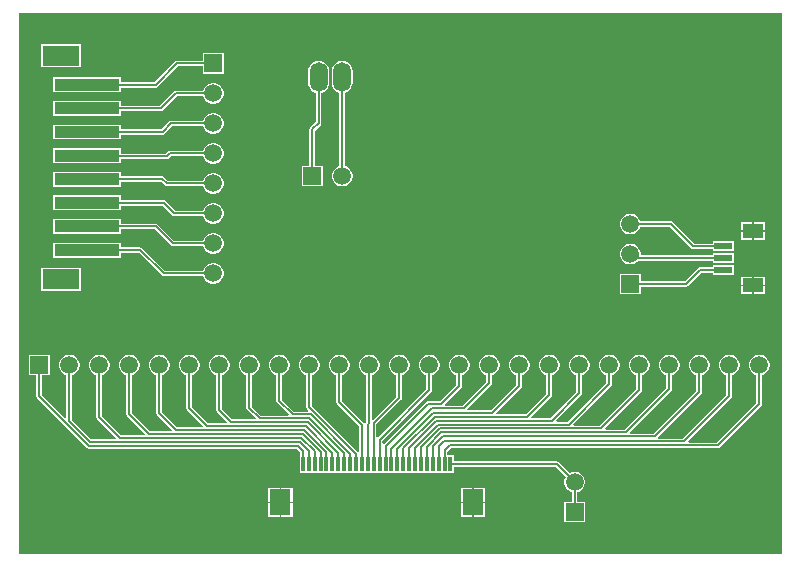
<source format=gtl>
G04*
G04 #@! TF.GenerationSoftware,Altium Limited,Altium Designer,23.3.1 (30)*
G04*
G04 Layer_Physical_Order=1*
G04 Layer_Color=255*
%FSLAX25Y25*%
%MOIN*%
G70*
G04*
G04 #@! TF.SameCoordinates,C9CCD98B-DB78-4EC8-A63A-9DC0D68B0965*
G04*
G04*
G04 #@! TF.FilePolarity,Positive*
G04*
G01*
G75*
%ADD14R,0.01181X0.05118*%
%ADD15R,0.07087X0.08661*%
%ADD16R,0.06102X0.02362*%
%ADD17R,0.07087X0.04724*%
%ADD18R,0.21654X0.03937*%
%ADD19R,0.12205X0.06693*%
%ADD30C,0.00800*%
%ADD31R,0.05906X0.05906*%
%ADD32C,0.05906*%
%ADD33R,0.05906X0.05906*%
%ADD34O,0.05906X0.09843*%
G36*
X539197Y150803D02*
X284803D01*
Y331197D01*
X539197D01*
Y150803D01*
D02*
G37*
%LPC*%
G36*
X305441Y320862D02*
X292236D01*
Y313169D01*
X305441D01*
Y320862D01*
D02*
G37*
G36*
X352953Y317953D02*
X346047D01*
Y315418D01*
X337500D01*
X337149Y315348D01*
X336851Y315149D01*
X329990Y308288D01*
X318827D01*
Y309839D01*
X296173D01*
Y304902D01*
X318827D01*
Y306452D01*
X330370D01*
X330721Y306522D01*
X331019Y306721D01*
X337880Y313582D01*
X346047D01*
Y311047D01*
X352953D01*
Y317953D01*
D02*
G37*
G36*
X349955Y307953D02*
X349045D01*
X348167Y307717D01*
X347380Y307263D01*
X346737Y306620D01*
X346283Y305833D01*
X346171Y305418D01*
X337000D01*
X336649Y305348D01*
X336351Y305149D01*
X331616Y300414D01*
X318827D01*
Y301965D01*
X296173D01*
Y297028D01*
X318827D01*
Y298578D01*
X331996D01*
X332347Y298648D01*
X332645Y298847D01*
X337380Y303582D01*
X346171D01*
X346283Y303167D01*
X346737Y302380D01*
X347380Y301737D01*
X348167Y301283D01*
X349045Y301047D01*
X349955D01*
X350833Y301283D01*
X351620Y301737D01*
X352263Y302380D01*
X352717Y303167D01*
X352953Y304045D01*
Y304955D01*
X352717Y305833D01*
X352263Y306620D01*
X351620Y307263D01*
X350833Y307717D01*
X349955Y307953D01*
D02*
G37*
G36*
Y297953D02*
X349045D01*
X348167Y297717D01*
X347380Y297263D01*
X346737Y296620D01*
X346283Y295833D01*
X346171Y295418D01*
X335500D01*
X335149Y295348D01*
X334851Y295149D01*
X332242Y292540D01*
X318827D01*
Y294091D01*
X296173D01*
Y289154D01*
X318827D01*
Y290704D01*
X332622D01*
X332973Y290774D01*
X333271Y290973D01*
X335880Y293582D01*
X346171D01*
X346283Y293167D01*
X346737Y292380D01*
X347380Y291737D01*
X348167Y291283D01*
X349045Y291047D01*
X349955D01*
X350833Y291283D01*
X351620Y291737D01*
X352263Y292380D01*
X352717Y293167D01*
X352953Y294045D01*
Y294955D01*
X352717Y295833D01*
X352263Y296620D01*
X351620Y297263D01*
X350833Y297717D01*
X349955Y297953D01*
D02*
G37*
G36*
Y287953D02*
X349045D01*
X348167Y287718D01*
X347380Y287263D01*
X346737Y286620D01*
X346283Y285833D01*
X346171Y285418D01*
X335000D01*
X334649Y285348D01*
X334351Y285149D01*
X333620Y284418D01*
X318827D01*
Y286216D01*
X296173D01*
Y281279D01*
X318827D01*
Y282582D01*
X334000D01*
X334351Y282652D01*
X334649Y282851D01*
X335380Y283582D01*
X346171D01*
X346283Y283167D01*
X346737Y282380D01*
X347380Y281737D01*
X348167Y281282D01*
X349045Y281047D01*
X349955D01*
X350833Y281282D01*
X351620Y281737D01*
X352263Y282380D01*
X352717Y283167D01*
X352953Y284045D01*
Y284955D01*
X352717Y285833D01*
X352263Y286620D01*
X351620Y287263D01*
X350833Y287718D01*
X349955Y287953D01*
D02*
G37*
G36*
X392500Y315451D02*
X391599Y315332D01*
X390759Y314984D01*
X390037Y314431D01*
X389484Y313710D01*
X389136Y312870D01*
X389018Y311968D01*
Y308032D01*
X389136Y307130D01*
X389484Y306290D01*
X390037Y305569D01*
X390759Y305015D01*
X391582Y304674D01*
Y280329D01*
X391167Y280218D01*
X390380Y279763D01*
X389737Y279120D01*
X389282Y278333D01*
X389047Y277455D01*
Y276545D01*
X389282Y275667D01*
X389737Y274880D01*
X390380Y274237D01*
X391167Y273782D01*
X392045Y273547D01*
X392955D01*
X393833Y273782D01*
X394620Y274237D01*
X395263Y274880D01*
X395718Y275667D01*
X395953Y276545D01*
Y277455D01*
X395718Y278333D01*
X395263Y279120D01*
X394620Y279763D01*
X393833Y280218D01*
X393418Y280329D01*
Y304674D01*
X394241Y305015D01*
X394963Y305569D01*
X395516Y306290D01*
X395864Y307130D01*
X395983Y308032D01*
Y311968D01*
X395864Y312870D01*
X395516Y313710D01*
X394963Y314431D01*
X394241Y314984D01*
X393401Y315332D01*
X392500Y315451D01*
D02*
G37*
G36*
X384626D02*
X383725Y315332D01*
X382885Y314984D01*
X382164Y314431D01*
X381610Y313710D01*
X381262Y312870D01*
X381143Y311968D01*
Y308032D01*
X381262Y307130D01*
X381610Y306290D01*
X382164Y305569D01*
X382885Y305015D01*
X383708Y304674D01*
Y295006D01*
X381851Y293149D01*
X381652Y292851D01*
X381582Y292500D01*
Y280453D01*
X379047D01*
Y273547D01*
X385953D01*
Y280453D01*
X383418D01*
Y292120D01*
X385275Y293977D01*
X385474Y294275D01*
X385544Y294626D01*
Y304674D01*
X386367Y305015D01*
X387088Y305569D01*
X387642Y306290D01*
X387990Y307130D01*
X388108Y308032D01*
Y311968D01*
X387990Y312870D01*
X387642Y313710D01*
X387088Y314431D01*
X386367Y314984D01*
X385527Y315332D01*
X384626Y315451D01*
D02*
G37*
G36*
X318827Y278343D02*
X296173D01*
Y273406D01*
X318827D01*
Y275082D01*
X332120D01*
X333351Y273851D01*
X333649Y273652D01*
X334000Y273582D01*
X346171D01*
X346283Y273167D01*
X346737Y272380D01*
X347380Y271737D01*
X348167Y271283D01*
X349045Y271047D01*
X349955D01*
X350833Y271283D01*
X351620Y271737D01*
X352263Y272380D01*
X352717Y273167D01*
X352953Y274045D01*
Y274955D01*
X352717Y275833D01*
X352263Y276620D01*
X351620Y277263D01*
X350833Y277717D01*
X349955Y277953D01*
X349045D01*
X348167Y277717D01*
X347380Y277263D01*
X346737Y276620D01*
X346283Y275833D01*
X346171Y275418D01*
X334380D01*
X333149Y276649D01*
X332851Y276848D01*
X332500Y276918D01*
X318827D01*
Y278343D01*
D02*
G37*
G36*
Y270468D02*
X296173D01*
Y265531D01*
X318827D01*
Y267082D01*
X332620D01*
X335851Y263851D01*
X336149Y263652D01*
X336500Y263582D01*
X346171D01*
X346283Y263167D01*
X346737Y262380D01*
X347380Y261737D01*
X348167Y261282D01*
X349045Y261047D01*
X349955D01*
X350833Y261282D01*
X351620Y261737D01*
X352263Y262380D01*
X352717Y263167D01*
X352953Y264045D01*
Y264955D01*
X352717Y265833D01*
X352263Y266620D01*
X351620Y267263D01*
X350833Y267718D01*
X349955Y267953D01*
X349045D01*
X348167Y267718D01*
X347380Y267263D01*
X346737Y266620D01*
X346283Y265833D01*
X346171Y265418D01*
X336880D01*
X333649Y268649D01*
X333351Y268848D01*
X333000Y268918D01*
X318827D01*
Y270468D01*
D02*
G37*
G36*
X533484Y261480D02*
X529691D01*
Y258868D01*
X533484D01*
Y261480D01*
D02*
G37*
G36*
X529191D02*
X525398D01*
Y258868D01*
X529191D01*
Y261480D01*
D02*
G37*
G36*
X533484Y258368D02*
X529691D01*
Y255756D01*
X533484D01*
Y258368D01*
D02*
G37*
G36*
X529191D02*
X525398D01*
Y255756D01*
X529191D01*
Y258368D01*
D02*
G37*
G36*
X488955Y264453D02*
X488045D01*
X487167Y264217D01*
X486380Y263763D01*
X485737Y263120D01*
X485283Y262333D01*
X485047Y261455D01*
Y260545D01*
X485283Y259667D01*
X485737Y258880D01*
X486380Y258237D01*
X487167Y257783D01*
X488045Y257547D01*
X488955D01*
X489833Y257783D01*
X490620Y258237D01*
X491263Y258880D01*
X491717Y259667D01*
X491829Y260082D01*
X501620D01*
X508851Y252851D01*
X509149Y252652D01*
X509500Y252582D01*
X515949D01*
Y251819D01*
X523051D01*
Y255181D01*
X515949D01*
Y254418D01*
X509880D01*
X502649Y261649D01*
X502351Y261848D01*
X502000Y261918D01*
X491829D01*
X491717Y262333D01*
X491263Y263120D01*
X490620Y263763D01*
X489833Y264217D01*
X488955Y264453D01*
D02*
G37*
G36*
X318827Y262595D02*
X296173D01*
Y257658D01*
X318827D01*
Y259208D01*
X329994D01*
X335351Y253851D01*
X335649Y253652D01*
X336000Y253582D01*
X346171D01*
X346283Y253167D01*
X346737Y252380D01*
X347380Y251737D01*
X348167Y251283D01*
X349045Y251047D01*
X349955D01*
X350833Y251283D01*
X351620Y251737D01*
X352263Y252380D01*
X352717Y253167D01*
X352953Y254045D01*
Y254955D01*
X352717Y255833D01*
X352263Y256620D01*
X351620Y257263D01*
X350833Y257717D01*
X349955Y257953D01*
X349045D01*
X348167Y257717D01*
X347380Y257263D01*
X346737Y256620D01*
X346283Y255833D01*
X346171Y255418D01*
X336380D01*
X331023Y260775D01*
X330725Y260974D01*
X330374Y261044D01*
X318827D01*
Y262595D01*
D02*
G37*
G36*
X488955Y254453D02*
X488045D01*
X487167Y254218D01*
X486380Y253763D01*
X485737Y253120D01*
X485283Y252333D01*
X485047Y251455D01*
Y250545D01*
X485283Y249667D01*
X485737Y248880D01*
X486380Y248237D01*
X487167Y247782D01*
X488045Y247547D01*
X488955D01*
X489833Y247782D01*
X490620Y248237D01*
X491076Y248693D01*
X491319Y248645D01*
X515949D01*
Y247882D01*
X523051D01*
Y251244D01*
X515949D01*
Y250481D01*
X492002D01*
X491953Y250545D01*
Y251455D01*
X491717Y252333D01*
X491263Y253120D01*
X490620Y253763D01*
X489833Y254218D01*
X488955Y254453D01*
D02*
G37*
G36*
X523051Y247307D02*
X515949D01*
Y246544D01*
X511626D01*
X511275Y246474D01*
X510977Y246275D01*
X506620Y241918D01*
X491953D01*
Y244453D01*
X485047D01*
Y237547D01*
X491953D01*
Y240082D01*
X507000D01*
X507351Y240152D01*
X507649Y240351D01*
X512006Y244708D01*
X515949D01*
Y243945D01*
X523051D01*
Y247307D01*
D02*
G37*
G36*
X318827Y254720D02*
X296173D01*
Y249783D01*
X318827D01*
Y251334D01*
X324868D01*
X332351Y243851D01*
X332649Y243652D01*
X333000Y243582D01*
X346171D01*
X346283Y243167D01*
X346737Y242380D01*
X347380Y241737D01*
X348167Y241283D01*
X349045Y241047D01*
X349955D01*
X350833Y241283D01*
X351620Y241737D01*
X352263Y242380D01*
X352717Y243167D01*
X352953Y244045D01*
Y244955D01*
X352717Y245833D01*
X352263Y246620D01*
X351620Y247263D01*
X350833Y247717D01*
X349955Y247953D01*
X349045D01*
X348167Y247717D01*
X347380Y247263D01*
X346737Y246620D01*
X346283Y245833D01*
X346171Y245418D01*
X333380D01*
X325897Y252901D01*
X325599Y253100D01*
X325248Y253170D01*
X318827D01*
Y254720D01*
D02*
G37*
G36*
X533484Y243370D02*
X529691D01*
Y240758D01*
X533484D01*
Y243370D01*
D02*
G37*
G36*
X529191D02*
X525398D01*
Y240758D01*
X529191D01*
Y243370D01*
D02*
G37*
G36*
X305441Y246453D02*
X292236D01*
Y238760D01*
X305441D01*
Y246453D01*
D02*
G37*
G36*
X533484Y240258D02*
X529691D01*
Y237646D01*
X533484D01*
Y240258D01*
D02*
G37*
G36*
X529191D02*
X525398D01*
Y237646D01*
X529191D01*
Y240258D01*
D02*
G37*
G36*
X531955Y217453D02*
X531045D01*
X530167Y217217D01*
X529380Y216763D01*
X528737Y216120D01*
X528282Y215333D01*
X528047Y214455D01*
Y213545D01*
X528282Y212667D01*
X528737Y211880D01*
X529380Y211237D01*
X530167Y210783D01*
X530582Y210671D01*
Y201380D01*
X517320Y188118D01*
X508069D01*
X507877Y188580D01*
X522149Y202851D01*
X522348Y203149D01*
X522418Y203500D01*
Y210671D01*
X522833Y210783D01*
X523620Y211237D01*
X524263Y211880D01*
X524718Y212667D01*
X524953Y213545D01*
Y214455D01*
X524718Y215333D01*
X524263Y216120D01*
X523620Y216763D01*
X522833Y217217D01*
X521955Y217453D01*
X521045D01*
X520167Y217217D01*
X519380Y216763D01*
X518737Y216120D01*
X518283Y215333D01*
X518047Y214455D01*
Y213545D01*
X518283Y212667D01*
X518737Y211880D01*
X519380Y211237D01*
X520167Y210783D01*
X520582Y210671D01*
Y203880D01*
X506120Y189418D01*
X497923D01*
X497715Y189918D01*
X512149Y204351D01*
X512348Y204649D01*
X512418Y205000D01*
Y210671D01*
X512833Y210783D01*
X513620Y211237D01*
X514263Y211880D01*
X514717Y212667D01*
X514953Y213545D01*
Y214455D01*
X514717Y215333D01*
X514263Y216120D01*
X513620Y216763D01*
X512833Y217217D01*
X511955Y217453D01*
X511045D01*
X510167Y217217D01*
X509380Y216763D01*
X508737Y216120D01*
X508283Y215333D01*
X508047Y214455D01*
Y213545D01*
X508283Y212667D01*
X508737Y211880D01*
X509380Y211237D01*
X510167Y210783D01*
X510582Y210671D01*
Y205380D01*
X496320Y191118D01*
X488569D01*
X488377Y191580D01*
X502149Y205351D01*
X502348Y205649D01*
X502418Y206000D01*
Y210671D01*
X502833Y210783D01*
X503620Y211237D01*
X504263Y211880D01*
X504717Y212667D01*
X504953Y213545D01*
Y214455D01*
X504717Y215333D01*
X504263Y216120D01*
X503620Y216763D01*
X502833Y217217D01*
X501955Y217453D01*
X501045D01*
X500167Y217217D01*
X499380Y216763D01*
X498737Y216120D01*
X498282Y215333D01*
X498047Y214455D01*
Y213545D01*
X498282Y212667D01*
X498737Y211880D01*
X499380Y211237D01*
X500167Y210783D01*
X500582Y210671D01*
Y206380D01*
X486620Y192418D01*
X480369D01*
X480177Y192880D01*
X492149Y204851D01*
X492348Y205149D01*
X492418Y205500D01*
Y210671D01*
X492833Y210783D01*
X493620Y211237D01*
X494263Y211880D01*
X494718Y212667D01*
X494953Y213545D01*
Y214455D01*
X494718Y215333D01*
X494263Y216120D01*
X493620Y216763D01*
X492833Y217217D01*
X491955Y217453D01*
X491045D01*
X490167Y217217D01*
X489380Y216763D01*
X488737Y216120D01*
X488282Y215333D01*
X488047Y214455D01*
Y213545D01*
X488282Y212667D01*
X488737Y211880D01*
X489380Y211237D01*
X490167Y210783D01*
X490582Y210671D01*
Y205880D01*
X478420Y193718D01*
X469669D01*
X469477Y194180D01*
X482149Y206851D01*
X482348Y207149D01*
X482418Y207500D01*
Y210671D01*
X482833Y210783D01*
X483620Y211237D01*
X484263Y211880D01*
X484718Y212667D01*
X484953Y213545D01*
Y214455D01*
X484718Y215333D01*
X484263Y216120D01*
X483620Y216763D01*
X482833Y217217D01*
X481955Y217453D01*
X481045D01*
X480167Y217217D01*
X479380Y216763D01*
X478737Y216120D01*
X478282Y215333D01*
X478047Y214455D01*
Y213545D01*
X478282Y212667D01*
X478737Y211880D01*
X479380Y211237D01*
X480167Y210783D01*
X480582Y210671D01*
Y207880D01*
X467720Y195018D01*
X463969D01*
X463777Y195480D01*
X472149Y203851D01*
X472348Y204149D01*
X472418Y204500D01*
Y210671D01*
X472833Y210783D01*
X473620Y211237D01*
X474263Y211880D01*
X474718Y212667D01*
X474953Y213545D01*
Y214455D01*
X474718Y215333D01*
X474263Y216120D01*
X473620Y216763D01*
X472833Y217217D01*
X471955Y217453D01*
X471045D01*
X470167Y217217D01*
X469380Y216763D01*
X468737Y216120D01*
X468283Y215333D01*
X468047Y214455D01*
Y213545D01*
X468283Y212667D01*
X468737Y211880D01*
X469380Y211237D01*
X470167Y210783D01*
X470582Y210671D01*
Y204880D01*
X462020Y196318D01*
X455769D01*
X455577Y196780D01*
X462149Y203351D01*
X462348Y203649D01*
X462418Y204000D01*
Y210671D01*
X462833Y210783D01*
X463620Y211237D01*
X464263Y211880D01*
X464717Y212667D01*
X464953Y213545D01*
Y214455D01*
X464717Y215333D01*
X464263Y216120D01*
X463620Y216763D01*
X462833Y217217D01*
X461955Y217453D01*
X461045D01*
X460167Y217217D01*
X459380Y216763D01*
X458737Y216120D01*
X458283Y215333D01*
X458047Y214455D01*
Y213545D01*
X458283Y212667D01*
X458737Y211880D01*
X459380Y211237D01*
X460167Y210783D01*
X460582Y210671D01*
Y204380D01*
X453820Y197618D01*
X444069D01*
X443877Y198080D01*
X452149Y206351D01*
X452348Y206649D01*
X452418Y207000D01*
Y210671D01*
X452833Y210783D01*
X453620Y211237D01*
X454263Y211880D01*
X454717Y212667D01*
X454953Y213545D01*
Y214455D01*
X454717Y215333D01*
X454263Y216120D01*
X453620Y216763D01*
X452833Y217217D01*
X451955Y217453D01*
X451045D01*
X450167Y217217D01*
X449380Y216763D01*
X448737Y216120D01*
X448282Y215333D01*
X448047Y214455D01*
Y213545D01*
X448282Y212667D01*
X448737Y211880D01*
X449380Y211237D01*
X450167Y210783D01*
X450582Y210671D01*
Y207380D01*
X442120Y198918D01*
X434369D01*
X434177Y199380D01*
X442149Y207351D01*
X442348Y207649D01*
X442418Y208000D01*
Y210671D01*
X442833Y210783D01*
X443620Y211237D01*
X444263Y211880D01*
X444718Y212667D01*
X444953Y213545D01*
Y214455D01*
X444718Y215333D01*
X444263Y216120D01*
X443620Y216763D01*
X442833Y217217D01*
X441955Y217453D01*
X441045D01*
X440167Y217217D01*
X439380Y216763D01*
X438737Y216120D01*
X438282Y215333D01*
X438047Y214455D01*
Y213545D01*
X438282Y212667D01*
X438737Y211880D01*
X439380Y211237D01*
X440167Y210783D01*
X440582Y210671D01*
Y208380D01*
X432620Y200418D01*
X426869D01*
X426677Y200880D01*
X432149Y206351D01*
X432348Y206649D01*
X432418Y207000D01*
Y210671D01*
X432833Y210783D01*
X433620Y211237D01*
X434263Y211880D01*
X434718Y212667D01*
X434953Y213545D01*
Y214455D01*
X434718Y215333D01*
X434263Y216120D01*
X433620Y216763D01*
X432833Y217217D01*
X431955Y217453D01*
X431045D01*
X430167Y217217D01*
X429380Y216763D01*
X428737Y216120D01*
X428282Y215333D01*
X428047Y214455D01*
Y213545D01*
X428282Y212667D01*
X428737Y211880D01*
X429380Y211237D01*
X430167Y210783D01*
X430582Y210671D01*
Y207380D01*
X425120Y201918D01*
X421000D01*
X420649Y201848D01*
X420351Y201649D01*
X406402Y187700D01*
X406017Y187806D01*
X405902Y187889D01*
Y188604D01*
X422149Y204851D01*
X422348Y205149D01*
X422418Y205500D01*
Y210671D01*
X422833Y210783D01*
X423620Y211237D01*
X424263Y211880D01*
X424718Y212667D01*
X424953Y213545D01*
Y214455D01*
X424718Y215333D01*
X424263Y216120D01*
X423620Y216763D01*
X422833Y217217D01*
X421955Y217453D01*
X421045D01*
X420167Y217217D01*
X419380Y216763D01*
X418737Y216120D01*
X418283Y215333D01*
X418047Y214455D01*
Y213545D01*
X418283Y212667D01*
X418737Y211880D01*
X419380Y211237D01*
X420167Y210783D01*
X420582Y210671D01*
Y205880D01*
X404433Y189731D01*
X404049Y189838D01*
X403933Y189920D01*
Y194136D01*
X412149Y202351D01*
X412348Y202649D01*
X412418Y203000D01*
Y210671D01*
X412833Y210783D01*
X413620Y211237D01*
X414263Y211880D01*
X414717Y212667D01*
X414953Y213545D01*
Y214455D01*
X414717Y215333D01*
X414263Y216120D01*
X413620Y216763D01*
X412833Y217217D01*
X411955Y217453D01*
X411045D01*
X410167Y217217D01*
X409380Y216763D01*
X408737Y216120D01*
X408283Y215333D01*
X408047Y214455D01*
Y213545D01*
X408283Y212667D01*
X408737Y211880D01*
X409380Y211237D01*
X410167Y210783D01*
X410582Y210671D01*
Y203380D01*
X402880Y195677D01*
X402418Y195869D01*
Y210671D01*
X402833Y210783D01*
X403620Y211237D01*
X404263Y211880D01*
X404717Y212667D01*
X404953Y213545D01*
Y214455D01*
X404717Y215333D01*
X404263Y216120D01*
X403620Y216763D01*
X402833Y217217D01*
X401955Y217453D01*
X401045D01*
X400167Y217217D01*
X399380Y216763D01*
X398737Y216120D01*
X398283Y215333D01*
X398047Y214455D01*
Y213545D01*
X398283Y212667D01*
X398737Y211880D01*
X399380Y211237D01*
X400167Y210783D01*
X400582Y210671D01*
Y194880D01*
X400398Y194696D01*
X400338Y194606D01*
X399768Y194568D01*
X399760Y194572D01*
X399728Y194620D01*
X392418Y201929D01*
Y210671D01*
X392833Y210783D01*
X393620Y211237D01*
X394263Y211880D01*
X394718Y212667D01*
X394953Y213545D01*
Y214455D01*
X394718Y215333D01*
X394263Y216120D01*
X393620Y216763D01*
X392833Y217217D01*
X391955Y217453D01*
X391045D01*
X390167Y217217D01*
X389380Y216763D01*
X388737Y216120D01*
X388282Y215333D01*
X388047Y214455D01*
Y213545D01*
X388282Y212667D01*
X388737Y211880D01*
X389380Y211237D01*
X390167Y210783D01*
X390582Y210671D01*
Y201549D01*
X390652Y201198D01*
X390851Y200901D01*
X398161Y193591D01*
Y185254D01*
X398046Y185171D01*
X397661Y185065D01*
X382418Y200308D01*
Y210671D01*
X382833Y210783D01*
X383620Y211237D01*
X384263Y211880D01*
X384717Y212667D01*
X384953Y213545D01*
Y214455D01*
X384717Y215333D01*
X384263Y216120D01*
X383620Y216763D01*
X382833Y217217D01*
X381955Y217453D01*
X381045D01*
X380167Y217217D01*
X379380Y216763D01*
X378737Y216120D01*
X378282Y215333D01*
X378047Y214455D01*
Y213545D01*
X378282Y212667D01*
X378737Y211880D01*
X379380Y211237D01*
X380167Y210783D01*
X380582Y210671D01*
Y199928D01*
X380652Y199577D01*
X380851Y199279D01*
X381251Y198880D01*
X381060Y198418D01*
X376380D01*
X372418Y202380D01*
Y210671D01*
X372833Y210783D01*
X373620Y211237D01*
X374263Y211880D01*
X374717Y212667D01*
X374953Y213545D01*
Y214455D01*
X374717Y215333D01*
X374263Y216120D01*
X373620Y216763D01*
X372833Y217217D01*
X371955Y217453D01*
X371045D01*
X370167Y217217D01*
X369380Y216763D01*
X368737Y216120D01*
X368283Y215333D01*
X368047Y214455D01*
Y213545D01*
X368283Y212667D01*
X368737Y211880D01*
X369380Y211237D01*
X370167Y210783D01*
X370582Y210671D01*
Y202000D01*
X370652Y201649D01*
X370851Y201351D01*
X374623Y197580D01*
X374431Y197118D01*
X365380D01*
X362418Y200080D01*
Y210671D01*
X362833Y210783D01*
X363620Y211237D01*
X364263Y211880D01*
X364718Y212667D01*
X364953Y213545D01*
Y214455D01*
X364718Y215333D01*
X364263Y216120D01*
X363620Y216763D01*
X362833Y217217D01*
X361955Y217453D01*
X361045D01*
X360167Y217217D01*
X359380Y216763D01*
X358737Y216120D01*
X358282Y215333D01*
X358047Y214455D01*
Y213545D01*
X358282Y212667D01*
X358737Y211880D01*
X359380Y211237D01*
X360167Y210783D01*
X360582Y210671D01*
Y199700D01*
X360652Y199349D01*
X360851Y199051D01*
X363623Y196280D01*
X363431Y195818D01*
X355880D01*
X352418Y199280D01*
Y210671D01*
X352833Y210783D01*
X353620Y211237D01*
X354263Y211880D01*
X354717Y212667D01*
X354953Y213545D01*
Y214455D01*
X354717Y215333D01*
X354263Y216120D01*
X353620Y216763D01*
X352833Y217217D01*
X351955Y217453D01*
X351045D01*
X350167Y217217D01*
X349380Y216763D01*
X348737Y216120D01*
X348283Y215333D01*
X348047Y214455D01*
Y213545D01*
X348283Y212667D01*
X348737Y211880D01*
X349380Y211237D01*
X350167Y210783D01*
X350582Y210671D01*
Y198900D01*
X350652Y198549D01*
X350851Y198251D01*
X354123Y194980D01*
X353931Y194518D01*
X347880D01*
X342418Y199980D01*
Y210671D01*
X342833Y210783D01*
X343620Y211237D01*
X344263Y211880D01*
X344718Y212667D01*
X344953Y213545D01*
Y214455D01*
X344718Y215333D01*
X344263Y216120D01*
X343620Y216763D01*
X342833Y217217D01*
X341955Y217453D01*
X341045D01*
X340167Y217217D01*
X339380Y216763D01*
X338737Y216120D01*
X338282Y215333D01*
X338047Y214455D01*
Y213545D01*
X338282Y212667D01*
X338737Y211880D01*
X339380Y211237D01*
X340167Y210783D01*
X340582Y210671D01*
Y199600D01*
X340652Y199249D01*
X340851Y198951D01*
X346123Y193680D01*
X345931Y193218D01*
X337380D01*
X332418Y198180D01*
Y210671D01*
X332833Y210783D01*
X333620Y211237D01*
X334263Y211880D01*
X334717Y212667D01*
X334953Y213545D01*
Y214455D01*
X334717Y215333D01*
X334263Y216120D01*
X333620Y216763D01*
X332833Y217217D01*
X331955Y217453D01*
X331045D01*
X330167Y217217D01*
X329380Y216763D01*
X328737Y216120D01*
X328282Y215333D01*
X328047Y214455D01*
Y213545D01*
X328282Y212667D01*
X328737Y211880D01*
X329380Y211237D01*
X330167Y210783D01*
X330582Y210671D01*
Y197800D01*
X330652Y197449D01*
X330851Y197151D01*
X335623Y192380D01*
X335431Y191918D01*
X328380D01*
X322418Y197880D01*
Y210671D01*
X322833Y210783D01*
X323620Y211237D01*
X324263Y211880D01*
X324717Y212667D01*
X324953Y213545D01*
Y214455D01*
X324717Y215333D01*
X324263Y216120D01*
X323620Y216763D01*
X322833Y217217D01*
X321955Y217453D01*
X321045D01*
X320167Y217217D01*
X319380Y216763D01*
X318737Y216120D01*
X318283Y215333D01*
X318047Y214455D01*
Y213545D01*
X318283Y212667D01*
X318737Y211880D01*
X319380Y211237D01*
X320167Y210783D01*
X320582Y210671D01*
Y197500D01*
X320652Y197149D01*
X320851Y196851D01*
X326723Y190980D01*
X326531Y190518D01*
X318880D01*
X312418Y196980D01*
Y210671D01*
X312833Y210783D01*
X313620Y211237D01*
X314263Y211880D01*
X314718Y212667D01*
X314953Y213545D01*
Y214455D01*
X314718Y215333D01*
X314263Y216120D01*
X313620Y216763D01*
X312833Y217217D01*
X311955Y217453D01*
X311045D01*
X310167Y217217D01*
X309380Y216763D01*
X308737Y216120D01*
X308282Y215333D01*
X308047Y214455D01*
Y213545D01*
X308282Y212667D01*
X308737Y211880D01*
X309380Y211237D01*
X310167Y210783D01*
X310582Y210671D01*
Y196600D01*
X310652Y196249D01*
X310851Y195951D01*
X317123Y189680D01*
X316931Y189218D01*
X308919D01*
X302418Y195719D01*
Y210671D01*
X302833Y210783D01*
X303620Y211237D01*
X304263Y211880D01*
X304717Y212667D01*
X304953Y213545D01*
Y214455D01*
X304717Y215333D01*
X304263Y216120D01*
X303620Y216763D01*
X302833Y217217D01*
X301955Y217453D01*
X301045D01*
X300167Y217217D01*
X299380Y216763D01*
X298737Y216120D01*
X298283Y215333D01*
X298047Y214455D01*
Y213545D01*
X298283Y212667D01*
X298737Y211880D01*
X299380Y211237D01*
X300167Y210783D01*
X300582Y210671D01*
Y196369D01*
X300120Y196177D01*
X292418Y203880D01*
Y210547D01*
X294953D01*
Y217453D01*
X288047D01*
Y210547D01*
X290582D01*
Y203500D01*
X290652Y203149D01*
X290851Y202851D01*
X307351Y186351D01*
X307649Y186152D01*
X308000Y186082D01*
X377443D01*
X378476Y185049D01*
Y183992D01*
X378303D01*
Y177874D01*
X429697D01*
Y180015D01*
X463687D01*
X466997Y176705D01*
X466783Y176333D01*
X466547Y175455D01*
Y174545D01*
X466783Y173667D01*
X467237Y172880D01*
X467880Y172237D01*
X468667Y171783D01*
X469082Y171671D01*
Y168453D01*
X466547D01*
Y161547D01*
X473453D01*
Y168453D01*
X470918D01*
Y171671D01*
X471333Y171783D01*
X472120Y172237D01*
X472763Y172880D01*
X473217Y173667D01*
X473453Y174545D01*
Y175455D01*
X473217Y176333D01*
X472763Y177120D01*
X472120Y177763D01*
X471333Y178217D01*
X470455Y178453D01*
X469545D01*
X468667Y178217D01*
X468295Y178003D01*
X464716Y181582D01*
X464418Y181781D01*
X464067Y181851D01*
X429697D01*
Y183992D01*
X427555D01*
Y185104D01*
X428880Y186428D01*
X491996D01*
X492110Y186352D01*
X492461Y186282D01*
X517700D01*
X518051Y186352D01*
X518349Y186551D01*
X532149Y200351D01*
X532348Y200649D01*
X532418Y201000D01*
Y210671D01*
X532833Y210783D01*
X533620Y211237D01*
X534263Y211880D01*
X534718Y212667D01*
X534953Y213545D01*
Y214455D01*
X534718Y215333D01*
X534263Y216120D01*
X533620Y216763D01*
X532833Y217217D01*
X531955Y217453D01*
D02*
G37*
G36*
X440130Y172968D02*
X436337D01*
Y168388D01*
X440130D01*
Y172968D01*
D02*
G37*
G36*
X435837D02*
X432043D01*
Y168388D01*
X435837D01*
Y172968D01*
D02*
G37*
G36*
X375957D02*
X372163D01*
Y168388D01*
X375957D01*
Y172968D01*
D02*
G37*
G36*
X371663D02*
X367870D01*
Y168388D01*
X371663D01*
Y172968D01*
D02*
G37*
G36*
X440130Y167888D02*
X436337D01*
Y163307D01*
X440130D01*
Y167888D01*
D02*
G37*
G36*
X435837D02*
X432043D01*
Y163307D01*
X435837D01*
Y167888D01*
D02*
G37*
G36*
X375957Y167888D02*
X372163D01*
Y163307D01*
X375957D01*
Y167888D01*
D02*
G37*
G36*
X371663D02*
X367870D01*
Y163307D01*
X371663D01*
Y167888D01*
D02*
G37*
%LPD*%
D14*
X379394Y180933D02*
D03*
X381362D02*
D03*
X383331D02*
D03*
X385299D02*
D03*
X387268D02*
D03*
X389236D02*
D03*
X391205D02*
D03*
X393173D02*
D03*
X395142D02*
D03*
X397110D02*
D03*
X399079D02*
D03*
X401047D02*
D03*
X403016D02*
D03*
X404984D02*
D03*
X406953D02*
D03*
X408921D02*
D03*
X410890D02*
D03*
X412858D02*
D03*
X414827D02*
D03*
X416795D02*
D03*
X418764D02*
D03*
X420732D02*
D03*
X422701D02*
D03*
X424669D02*
D03*
X426638D02*
D03*
X428606D02*
D03*
D15*
X371913Y168138D02*
D03*
X436087D02*
D03*
D16*
X519500Y245626D02*
D03*
Y249563D02*
D03*
Y253500D02*
D03*
D17*
X529441Y240508D02*
D03*
Y258618D02*
D03*
D18*
X307500Y307370D02*
D03*
Y299496D02*
D03*
Y291622D02*
D03*
Y283748D02*
D03*
Y275874D02*
D03*
Y268000D02*
D03*
Y260126D02*
D03*
Y252252D02*
D03*
D19*
X298839Y242606D02*
D03*
Y317016D02*
D03*
D30*
X392500Y277000D02*
Y310000D01*
X382500Y277000D02*
Y292500D01*
X384626Y294626D02*
Y310000D01*
X382500Y292500D02*
X384626Y294626D01*
X307500Y307370D02*
X330370D01*
X337500Y314500D02*
X349500D01*
X330370Y307370D02*
X337500Y314500D01*
X349500Y304500D02*
X350500D01*
X337000D02*
X349500D01*
X307500Y299496D02*
X331996D01*
X337000Y304500D01*
X335500Y294500D02*
X349500D01*
X332622Y291622D02*
X335500Y294500D01*
X307500Y291622D02*
X332622D01*
X307500Y283748D02*
X307748Y283500D01*
X334000D01*
X335000Y284500D01*
X349500D01*
X307626Y276000D02*
X332500D01*
X307500Y275874D02*
X307626Y276000D01*
X332500D02*
X334000Y274500D01*
X349500D01*
X307500Y268000D02*
X333000D01*
X336500Y264500D01*
X349500D01*
X307500Y260126D02*
X330374D01*
X336000Y254500D02*
X349500D01*
X330374Y260126D02*
X336000Y254500D01*
X325248Y252252D02*
X333000Y244500D01*
X349500D01*
X307500Y252252D02*
X325248D01*
X488500Y251000D02*
X489882D01*
X491319Y249563D01*
X519500D01*
X488500Y261000D02*
X502000D01*
X509500Y253500D01*
X519500D01*
X507000Y241000D02*
X511626Y245626D01*
X519500D01*
X488500Y241000D02*
X507000D01*
X470000Y165000D02*
Y175000D01*
X464067Y180933D02*
X470000Y175000D01*
X428606Y180933D02*
X464067D01*
X517700Y187200D02*
X531500Y201000D01*
Y214000D01*
X492315Y187346D02*
X492461Y187200D01*
X517700D01*
X428500Y187346D02*
X492315D01*
X493000Y188500D02*
X506500D01*
X492854Y188646D02*
X493000Y188500D01*
X506500D02*
X521500Y203500D01*
X426354Y188646D02*
X492854D01*
X496700Y190200D02*
X511500Y205000D01*
X424669Y186961D02*
X426354Y188646D01*
X426069Y190200D02*
X496700D01*
X426638Y180933D02*
Y185484D01*
X428500Y187346D01*
X521500Y203500D02*
Y214000D01*
X424669Y180933D02*
Y186961D01*
X511500Y205000D02*
Y214000D01*
X422701Y186831D02*
X426069Y190200D01*
X404984Y180933D02*
Y188984D01*
X454200Y196700D02*
X461500Y204000D01*
X410890Y180933D02*
Y186051D01*
X416795Y186441D02*
X424454Y194100D01*
X424992Y192800D02*
X478800D01*
X422838Y198000D02*
X442500D01*
X412858Y181642D02*
Y186181D01*
X420732Y186702D02*
X425531Y191500D01*
X423915Y195400D02*
X462400D01*
X414827Y180933D02*
Y186311D01*
X422500Y199500D02*
X433000D01*
X418764Y186571D02*
X424992Y192800D01*
X418764Y180933D02*
Y186571D01*
X462400Y195400D02*
X471500Y204500D01*
X408921Y180933D02*
Y185921D01*
X424454Y194100D02*
X468100D01*
X404984Y188984D02*
X421500Y205500D01*
X408921Y185921D02*
X422500Y199500D01*
X478800Y192800D02*
X491500Y205500D01*
X468100Y194100D02*
X481500Y207500D01*
X416795Y180933D02*
Y186441D01*
X406953Y186953D02*
X421000Y201000D01*
X414827Y186311D02*
X423915Y195400D01*
X410890Y186051D02*
X422838Y198000D01*
X421000Y201000D02*
X425500D01*
X423377Y196700D02*
X454200D01*
X412858Y186181D02*
X423377Y196700D01*
X421500Y213500D02*
X422000Y214000D01*
X421500Y205500D02*
Y213500D01*
X420732Y180933D02*
Y186702D01*
X442500Y198000D02*
X451500Y207000D01*
X433000Y199500D02*
X441500Y208000D01*
X406953Y180933D02*
Y186953D01*
X425500Y201000D02*
X431500Y207000D01*
Y214000D01*
X425531Y191500D02*
X487000D01*
X422701Y180933D02*
Y186831D01*
X487000Y191500D02*
X501500Y206000D01*
Y214000D01*
X491500Y205500D02*
Y214000D01*
X481500Y207500D02*
Y214000D01*
X471500Y204500D02*
Y214000D01*
X441500Y208000D02*
Y214000D01*
X461500Y204000D02*
Y214000D01*
X451500Y207000D02*
Y214000D01*
X421500D02*
X422000D01*
X412858Y181642D02*
X413000Y181500D01*
X412858Y181358D02*
X413000Y181500D01*
X412858Y180933D02*
Y181358D01*
X403016Y180933D02*
Y194516D01*
X411500Y203000D01*
Y214000D01*
X401047Y180933D02*
Y194047D01*
X401500Y194500D01*
Y214000D01*
X391500Y201549D02*
Y214000D01*
Y201549D02*
X399079Y193971D01*
Y180933D02*
Y193971D01*
X397110Y180933D02*
Y184318D01*
X381500Y199928D02*
X397110Y184318D01*
X381500Y199928D02*
Y214000D01*
X376000Y197500D02*
X382090D01*
X395142Y180933D02*
Y184448D01*
X365000Y196200D02*
X381551D01*
X382090Y197500D02*
X395142Y184448D01*
X381551Y196200D02*
X393173Y184578D01*
Y180933D02*
Y184578D01*
X391162Y180976D02*
X391205Y180933D01*
X379394D02*
Y185429D01*
X308539Y188300D02*
X378362D01*
X328000Y191000D02*
X379339D01*
X385299Y185039D01*
X377823Y187000D02*
X379394Y185429D01*
X387268Y180933D02*
Y184909D01*
X379877Y192300D02*
X387268Y184909D01*
X337000Y192300D02*
X379877D01*
X347500Y193600D02*
X380415D01*
X318500Y189600D02*
X378900D01*
X389236Y180933D02*
Y184779D01*
X378900Y189600D02*
X383331Y185169D01*
X385299Y180933D02*
Y185039D01*
X381362Y180933D02*
Y185299D01*
X380954Y194900D02*
X391162Y184692D01*
X355500Y194900D02*
X380954D01*
X378362Y188300D02*
X381362Y185299D01*
X391162Y180976D02*
Y184692D01*
X383331Y180933D02*
Y185169D01*
X380415Y193600D02*
X389236Y184779D01*
X308000Y187000D02*
X377823D01*
X371500Y202000D02*
Y214000D01*
Y202000D02*
X376000Y197500D01*
X360500Y213000D02*
X361500Y212000D01*
Y199700D02*
Y212000D01*
Y199700D02*
X365000Y196200D01*
X360500Y213000D02*
X361500Y214000D01*
X351500Y198900D02*
Y214000D01*
Y198900D02*
X355500Y194900D01*
X341500Y199600D02*
X347500Y193600D01*
X341500Y199600D02*
Y214000D01*
X311500Y196600D02*
X318500Y189600D01*
X301500Y195338D02*
X308539Y188300D01*
X291500Y203500D02*
X308000Y187000D01*
X321500Y197500D02*
X328000Y191000D01*
X331500Y197800D02*
X337000Y192300D01*
X331500Y197800D02*
Y214000D01*
X321500Y197500D02*
Y214000D01*
X311500Y196600D02*
Y214000D01*
X301500Y195338D02*
Y214000D01*
X291500Y203500D02*
Y214000D01*
D31*
X470000Y165000D02*
D03*
X488500Y241000D02*
D03*
X349500Y314500D02*
D03*
D32*
X470000Y175000D02*
D03*
X488500Y251000D02*
D03*
Y261000D02*
D03*
X301500Y214000D02*
D03*
X311500D02*
D03*
X321500D02*
D03*
X331500D02*
D03*
X341500D02*
D03*
X351500D02*
D03*
X361500D02*
D03*
X371500D02*
D03*
X381500D02*
D03*
X391500D02*
D03*
X401500D02*
D03*
X411500D02*
D03*
X421500D02*
D03*
X431500D02*
D03*
X441500D02*
D03*
X451500D02*
D03*
X461500D02*
D03*
X471500D02*
D03*
X481500D02*
D03*
X491500D02*
D03*
X501500D02*
D03*
X511500D02*
D03*
X521500D02*
D03*
X531500D02*
D03*
X392500Y277000D02*
D03*
X349500Y304500D02*
D03*
Y294500D02*
D03*
Y284500D02*
D03*
Y274500D02*
D03*
Y264500D02*
D03*
Y254500D02*
D03*
Y244500D02*
D03*
D33*
X291500Y214000D02*
D03*
X382500Y277000D02*
D03*
D34*
X392500Y310000D02*
D03*
X384626D02*
D03*
M02*

</source>
